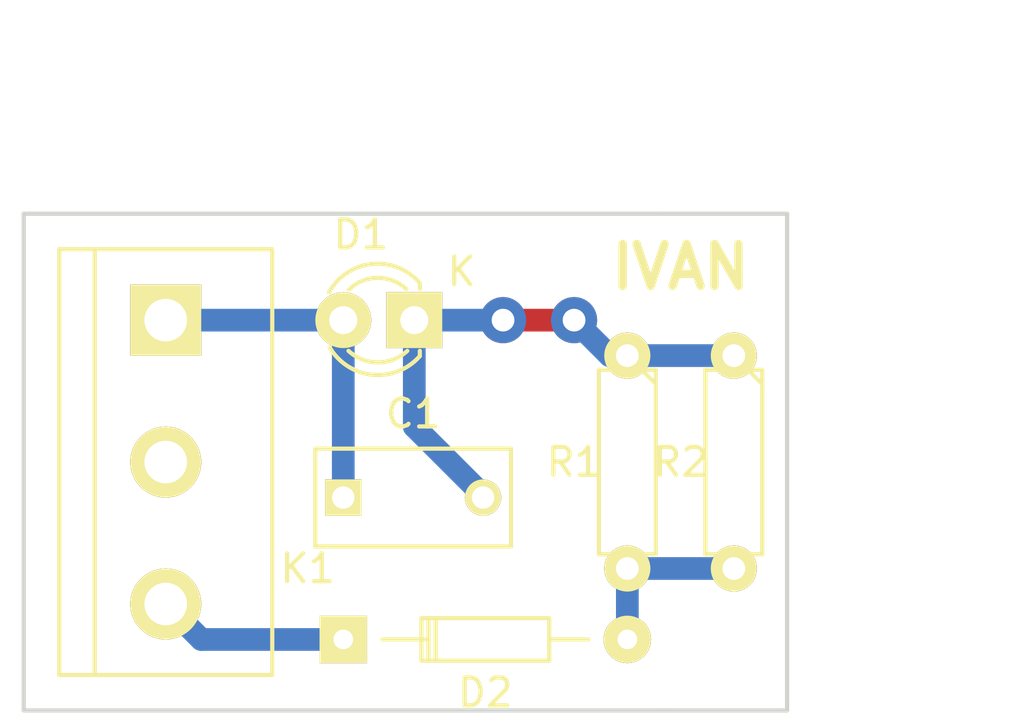
<source format=kicad_pcb>

(kicad_pcb
  (version 4)
  (host pcbnew 4.0.0-rc1-stable)
  (general
    (links 8)
    (no_connects 0)
    (area 135.814999 105.334999 163.270001 123.265001)
    (thickness 1.6)
    (drawings 9)
    (tracks 18)
    (zones 0)
    (modules 6)
    (nets 6))
  (page A4)
  (title_block
    (title "Ejercicio 1")
    (rev 1.0)
    (company "ET N° 28"))
  (layers
    (0 F.Cu signal)
    (31 B.Cu signal)
    (32 B.Adhes user)
    (33 F.Adhes user)
    (34 B.Paste user)
    (35 F.Paste user)
    (36 B.SilkS user)
    (37 F.SilkS user)
    (38 B.Mask user)
    (39 F.Mask user)
    (40 Dwgs.User user)
    (41 Cmts.User user)
    (42 Eco1.User user)
    (43 Eco2.User user)
    (44 Edge.Cuts user)
    (45 Margin user)
    (46 B.CrtYd user)
    (47 F.CrtYd user)
    (48 B.Fab user)
    (49 F.Fab user))
  (setup
    (last_trace_width 0.8128)
    (user_trace_width 0.8128)
    (trace_clearance 0.8128)
    (zone_clearance 0.508)
    (zone_45_only no)
    (trace_min 0.2)
    (segment_width 0.2)
    (edge_width 0.15)
    (via_size 0.6)
    (via_drill 0.4)
    (via_min_size 0.4)
    (via_min_drill 0.3)
    (user_via 1.651 0.8128)
    (uvia_size 0.3)
    (uvia_drill 0.1)
    (uvias_allowed no)
    (uvia_min_size 0.2)
    (uvia_min_drill 0.1)
    (pcb_text_width 0.3)
    (pcb_text_size 1.5 1.5)
    (mod_edge_width 0.15)
    (mod_text_size 1 1)
    (mod_text_width 0.15)
    (pad_size 2.54 2.54)
    (pad_drill 1.524)
    (pad_to_mask_clearance 0.2)
    (aux_axis_origin 0 0)
    (visible_elements 7FFEFFFF)
    (pcbplotparams
      (layerselection 0x00120_80000001)
      (usegerberextensions false)
      (excludeedgelayer true)
      (linewidth 0.1)
      (plotframeref false)
      (viasonmask false)
      (mode 1)
      (useauxorigin false)
      (hpglpennumber 1)
      (hpglpenspeed 20)
      (hpglpendiameter 15)
      (hpglpenoverlay 2)
      (psnegative false)
      (psa4output false)
      (plotreference true)
      (plotvalue false)
      (plotinvisibletext false)
      (padsonsilk false)
      (subtractmaskfromsilk false)
      (outputformat 1)
      (mirror false)
      (drillshape 0)
      (scaleselection 1)
      (outputdirectory "")))
  (net 0 "")
  (net 1 "Net-(C1-Pad1)")
  (net 2 "Net-(C1-Pad2)")
  (net 3 "Net-(D2-Pad2)")
  (net 4 "Net-(D2-Pad1)")
  (net 5 "Net-(K1-Pad2)")
  (net_class Default "This is the default net class."
    (clearance 0.8128)
    (trace_width 0.8128)
    (via_dia 0.6)
    (via_drill 0.4)
    (uvia_dia 0.3)
    (uvia_drill 0.1)
    (add_net "Net-(C1-Pad1)")
    (add_net "Net-(C1-Pad2)")
    (add_net "Net-(D2-Pad1)")
    (add_net "Net-(D2-Pad2)")
    (add_net "Net-(K1-Pad2)"))
  (module ej1:C_Rect_L7_W3.5_P5
    (layer F.Cu)
    (tedit 0)
    (tstamp 565C69E7)
    (at 147.32 115.57)
    (descr "Film Capacitor Length 7mm x Width 3.5mm, Pitch 5mm")
    (tags Capacitor)
    (path /565C5F76)
    (fp_text reference C1
      (at 2.5 -3)
      (layer F.SilkS)
      (effects
        (font
          (size 1 1)
          (thickness 0.15))))
    (fp_text value "100 nF"
      (at 2.5 3)
      (layer F.Fab)
      (effects
        (font
          (size 1 1)
          (thickness 0.15))))
    (fp_line
      (start -1.25 -2)
      (end 6.25 -2)
      (layer F.CrtYd)
      (width 0.05))
    (fp_line
      (start 6.25 -2)
      (end 6.25 2)
      (layer F.CrtYd)
      (width 0.05))
    (fp_line
      (start 6.25 2)
      (end -1.25 2)
      (layer F.CrtYd)
      (width 0.05))
    (fp_line
      (start -1.25 2)
      (end -1.25 -2)
      (layer F.CrtYd)
      (width 0.05))
    (fp_line
      (start -1 -1.75)
      (end 6 -1.75)
      (layer F.SilkS)
      (width 0.15))
    (fp_line
      (start 6 -1.75)
      (end 6 1.75)
      (layer F.SilkS)
      (width 0.15))
    (fp_line
      (start 6 1.75)
      (end -1 1.75)
      (layer F.SilkS)
      (width 0.15))
    (fp_line
      (start -1 1.75)
      (end -1 -1.75)
      (layer F.SilkS)
      (width 0.15))
    (pad 1 thru_hole rect
      (at 0 0)
      (size 1.3 1.3)
      (drill 0.8)
      (layers *.Cu *.Mask F.SilkS)
      (net 1 "Net-(C1-Pad1)"))
    (pad 2 thru_hole circle
      (at 5 0)
      (size 1.3 1.3)
      (drill 0.8)
      (layers *.Cu *.Mask F.SilkS)
      (net 2 "Net-(C1-Pad2)"))
    (model ../../../../../../Users/Ivan/Desktop/Ivan-Dmytrow/ej1.3dshapes/cnp_6mm_disc.wrl
      (at
        (xyz 0.1 0 0))
      (scale
        (xyz 1 1 1))
      (rotate
        (xyz 0 0 0))))
  (module ej1:LED-3MM
    (layer F.Cu)
    (tedit 559B82F6)
    (tstamp 565C69ED)
    (at 149.86 109.22 180)
    (descr "LED 3mm round vertical")
    (tags "LED  3mm round vertical")
    (path /565C5E01)
    (fp_text reference D1
      (at 1.91 3.06 180)
      (layer F.SilkS)
      (effects
        (font
          (size 1 1)
          (thickness 0.15))))
    (fp_text value "LED ROJO"
      (at 1.3 -2.9 180)
      (layer F.Fab)
      (effects
        (font
          (size 1 1)
          (thickness 0.15))))
    (fp_text user K
      (at -1.69 1.74 180)
      (layer F.SilkS)
      (effects
        (font
          (size 1 1)
          (thickness 0.15))))
    (fp_line
      (start -1.2 2.3)
      (end 3.8 2.3)
      (layer F.CrtYd)
      (width 0.05))
    (fp_line
      (start 3.8 2.3)
      (end 3.8 -2.2)
      (layer F.CrtYd)
      (width 0.05))
    (fp_line
      (start 3.8 -2.2)
      (end -1.2 -2.2)
      (layer F.CrtYd)
      (width 0.05))
    (fp_line
      (start -1.2 -2.2)
      (end -1.2 2.3)
      (layer F.CrtYd)
      (width 0.05))
    (fp_line
      (start -0.199 1.314)
      (end -0.199 1.114)
      (layer F.SilkS)
      (width 0.15))
    (fp_line
      (start -0.199 -1.28)
      (end -0.199 -1.1)
      (layer F.SilkS)
      (width 0.15))
    (fp_arc
      (start 1.301 0.034)
      (end -0.199 -1.286)
      (angle 108.5)
      (layer F.SilkS)
      (width 0.15))
    (fp_arc
      (start 1.301 0.034)
      (end 0.25 -1.1)
      (angle 85.7)
      (layer F.SilkS)
      (width 0.15))
    (fp_arc
      (start 1.311 0.034)
      (end 3.051 0.994)
      (angle 110)
      (layer F.SilkS)
      (width 0.15))
    (fp_arc
      (start 1.301 0.034)
      (end 2.335 1.094)
      (angle 87.5)
      (layer F.SilkS)
      (width 0.15))
    (pad 1 thru_hole rect
      (at 0 0 270)
      (size 2 2)
      (drill 1.00076)
      (layers *.Cu *.Mask F.SilkS)
      (net 2 "Net-(C1-Pad2)"))
    (pad 2 thru_hole circle
      (at 2.54 0 180)
      (size 2 2)
      (drill 1.00076)
      (layers *.Cu *.Mask F.SilkS)
      (net 1 "Net-(C1-Pad1)"))
    (model ../../../../../../Users/Ivan/Desktop/Ivan-Dmytrow/ej1.3dshapes/LED-3MM.wrl
      (at
        (xyz 0.05 0 0))
      (scale
        (xyz 1 1 1))
      (rotate
        (xyz 0 0 90))))
  (module ej1:Diode_DO-35_SOD27_Horizontal_RM10
    (layer F.Cu)
    (tedit 565CA72A)
    (tstamp 565C69F3)
    (at 147.32 120.65)
    (descr "Diode, DO-35,  SOD27, Horizontal, RM 10mm")
    (tags "Diode, DO-35, SOD27, Horizontal, RM 10mm, 1N4148,")
    (path /565C60B0)
    (fp_text reference D2
      (at 5.08 1.905)
      (layer F.SilkS)
      (effects
        (font
          (size 1 1)
          (thickness 0.15))))
    (fp_text value 1N4148
      (at 4.41452 -3.55854)
      (layer F.Fab)
      (effects
        (font
          (size 1 1)
          (thickness 0.15))))
    (fp_line
      (start 7.36652 -0.00254)
      (end 8.76352 -0.00254)
      (layer F.SilkS)
      (width 0.15))
    (fp_line
      (start 2.92152 -0.00254)
      (end 1.39752 -0.00254)
      (layer F.SilkS)
      (width 0.15))
    (fp_line
      (start 3.30252 -0.76454)
      (end 3.30252 0.75946)
      (layer F.SilkS)
      (width 0.15))
    (fp_line
      (start 3.04852 -0.76454)
      (end 3.04852 0.75946)
      (layer F.SilkS)
      (width 0.15))
    (fp_line
      (start 2.79452 -0.00254)
      (end 2.79452 0.75946)
      (layer F.SilkS)
      (width 0.15))
    (fp_line
      (start 2.79452 0.75946)
      (end 7.36652 0.75946)
      (layer F.SilkS)
      (width 0.15))
    (fp_line
      (start 7.36652 0.75946)
      (end 7.36652 -0.76454)
      (layer F.SilkS)
      (width 0.15))
    (fp_line
      (start 7.36652 -0.76454)
      (end 2.79452 -0.76454)
      (layer F.SilkS)
      (width 0.15))
    (fp_line
      (start 2.79452 -0.76454)
      (end 2.79452 -0.00254)
      (layer F.SilkS)
      (width 0.15))
    (pad 2 thru_hole circle
      (at 10.16052 -0.00254 180)
      (size 1.69926 1.69926)
      (drill 0.70104)
      (layers *.Cu *.Mask F.SilkS)
      (net 3 "Net-(D2-Pad2)"))
    (pad 1 thru_hole rect
      (at 0.00052 -0.00254 180)
      (size 1.69926 1.69926)
      (drill 0.70104)
      (layers *.Cu *.Mask F.SilkS)
      (net 4 "Net-(D2-Pad1)"))
    (model ../../../../../../Users/Ivan/Desktop/Ivan-Dmytrow/ej1.3dshapes/Diode_DO-35_SOD27_Horizontal_RM10.wrl
      (at
        (xyz 0.2 0 0))
      (scale
        (xyz 0.4 0.3 0.3))
      (rotate
        (xyz 0 0 180))))
  (module ej1:bornier3
    (layer F.Cu)
    (tedit 565CAB5D)
    (tstamp 565C69FA)
    (at 140.97 114.3 270)
    (descr "Bornier d'alimentation 3 pins")
    (tags DEV)
    (path /565C5B9A)
    (fp_text reference K1
      (at 3.81 -5.08 360)
      (layer F.SilkS)
      (effects
        (font
          (size 1 1)
          (thickness 0.15))))
    (fp_text value CONN_3
      (at 0 5.08 270)
      (layer F.Fab)
      (effects
        (font
          (size 1 1)
          (thickness 0.15))))
    (fp_line
      (start -7.62 3.81)
      (end -7.62 -3.81)
      (layer F.SilkS)
      (width 0.15))
    (fp_line
      (start 7.62 3.81)
      (end 7.62 -3.81)
      (layer F.SilkS)
      (width 0.15))
    (fp_line
      (start -7.62 2.54)
      (end 7.62 2.54)
      (layer F.SilkS)
      (width 0.15))
    (fp_line
      (start -7.62 -3.81)
      (end 7.62 -3.81)
      (layer F.SilkS)
      (width 0.15))
    (fp_line
      (start -7.62 3.81)
      (end 7.62 3.81)
      (layer F.SilkS)
      (width 0.15))
    (pad 1 thru_hole rect
      (at -5.08 0 270)
      (size 2.54 2.54)
      (drill 1.524)
      (layers *.Cu *.Mask F.SilkS)
      (net 1 "Net-(C1-Pad1)"))
    (pad 2 thru_hole circle
      (at 0 0 270)
      (size 2.54 2.54)
      (drill 1.524)
      (layers *.Cu *.Mask F.SilkS)
      (net 5 "Net-(K1-Pad2)"))
    (pad 3 thru_hole circle
      (at 5.08 0 270)
      (size 2.54 2.54)
      (drill 1.524)
      (layers *.Cu *.Mask F.SilkS)
      (net 4 "Net-(D2-Pad1)"))
    (model ../../../../../../Users/Ivan/Desktop/Ivan-Dmytrow/ej1.3dshapes/bornier3.wrl
      (at
        (xyz 0 0 0))
      (scale
        (xyz 1 1 1))
      (rotate
        (xyz 0 0 0))))
  (module ej1:R3-LARGE_PADS
    (layer F.Cu)
    (tedit 565CA726)
    (tstamp 565C6A00)
    (at 157.48 114.3 270)
    (descr "Resitance 3 pas")
    (tags R)
    (path /565C603D)
    (fp_text reference R1
      (at 0 1.905 360)
      (layer F.SilkS)
      (effects
        (font
          (size 1 1)
          (thickness 0.15))))
    (fp_text value 100K
      (at 0 0 270)
      (layer F.Fab)
      (effects
        (font
          (size 1 1)
          (thickness 0.15))))
    (fp_line
      (start -3.81 0)
      (end -3.302 0)
      (layer F.SilkS)
      (width 0.15))
    (fp_line
      (start 3.81 0)
      (end 3.302 0)
      (layer F.SilkS)
      (width 0.15))
    (fp_line
      (start 3.302 0)
      (end 3.302 -1.016)
      (layer F.SilkS)
      (width 0.15))
    (fp_line
      (start 3.302 -1.016)
      (end -3.302 -1.016)
      (layer F.SilkS)
      (width 0.15))
    (fp_line
      (start -3.302 -1.016)
      (end -3.302 1.016)
      (layer F.SilkS)
      (width 0.15))
    (fp_line
      (start -3.302 1.016)
      (end 3.302 1.016)
      (layer F.SilkS)
      (width 0.15))
    (fp_line
      (start 3.302 1.016)
      (end 3.302 0)
      (layer F.SilkS)
      (width 0.15))
    (fp_line
      (start -3.302 -0.508)
      (end -2.794 -1.016)
      (layer F.SilkS)
      (width 0.15))
    (pad 1 thru_hole circle
      (at -3.81 0 270)
      (size 1.651 1.651)
      (drill 0.8128)
      (layers *.Cu *.Mask F.SilkS)
      (net 2 "Net-(C1-Pad2)"))
    (pad 2 thru_hole circle
      (at 3.81 0 270)
      (size 1.651 1.651)
      (drill 0.8128)
      (layers *.Cu *.Mask F.SilkS)
      (net 3 "Net-(D2-Pad2)"))
    (model ../../../../../../Users/Ivan/Desktop/Ivan-Dmytrow/ej1.3dshapes/R3-LARGE_PADS.wrl
      (at
        (xyz 0 0 0))
      (scale
        (xyz 0.3 0.3 0.3))
      (rotate
        (xyz 0 0 0))))
  (module ej1:R3-LARGE_PADS
    (layer F.Cu)
    (tedit 565CAC0E)
    (tstamp 565CAC06)
    (at 161.29 114.3 270)
    (descr "Resitance 3 pas")
    (tags R)
    (path /565CA957)
    (fp_text reference R2
      (at 0 1.905 360)
      (layer F.SilkS)
      (effects
        (font
          (size 1 1)
          (thickness 0.15))))
    (fp_text value 200K
      (at 0 0 270)
      (layer F.Fab)
      (effects
        (font
          (size 1 1)
          (thickness 0.15))))
    (fp_line
      (start -3.81 0)
      (end -3.302 0)
      (layer F.SilkS)
      (width 0.15))
    (fp_line
      (start 3.81 0)
      (end 3.302 0)
      (layer F.SilkS)
      (width 0.15))
    (fp_line
      (start 3.302 0)
      (end 3.302 -1.016)
      (layer F.SilkS)
      (width 0.15))
    (fp_line
      (start 3.302 -1.016)
      (end -3.302 -1.016)
      (layer F.SilkS)
      (width 0.15))
    (fp_line
      (start -3.302 -1.016)
      (end -3.302 1.016)
      (layer F.SilkS)
      (width 0.15))
    (fp_line
      (start -3.302 1.016)
      (end 3.302 1.016)
      (layer F.SilkS)
      (width 0.15))
    (fp_line
      (start 3.302 1.016)
      (end 3.302 0)
      (layer F.SilkS)
      (width 0.15))
    (fp_line
      (start -3.302 -0.508)
      (end -2.794 -1.016)
      (layer F.SilkS)
      (width 0.15))
    (pad 1 thru_hole circle
      (at -3.81 0 270)
      (size 1.651 1.651)
      (drill 0.8128)
      (layers *.Cu *.Mask F.SilkS)
      (net 2 "Net-(C1-Pad2)"))
    (pad 2 thru_hole circle
      (at 3.81 0 270)
      (size 1.651 1.651)
      (drill 0.8128)
      (layers *.Cu *.Mask F.SilkS)
      (net 3 "Net-(D2-Pad2)"))
    (model ../../../../../../Users/Ivan/Desktop/Ivan-Dmytrow/ej1.3dshapes/R3-LARGE_PADS.wrl
      (at
        (xyz 0 0 0))
      (scale
        (xyz 0.3 0.3 0.3))
      (rotate
        (xyz 0 0 0))))
  (dimension 17.78
    (width 0.3)
    (layer Dwgs.User)
    (gr_text 17,780mm
      (at 168.99 114.3 90)
      (layer Dwgs.User)
      (effects
        (font
          (size 1.5 1.5)
          (thickness 0.3))))
    (feature1
      (pts
        (xy 163.195 105.41)
        (xy 170.34 105.41)))
    (feature2
      (pts
        (xy 163.195 123.19)
        (xy 170.34 123.19)))
    (crossbar
      (pts
        (xy 167.64 123.19)
        (xy 167.64 105.41)))
    (arrow1a
      (pts
        (xy 167.64 105.41)
        (xy 168.226421 106.536504)))
    (arrow1b
      (pts
        (xy 167.64 105.41)
        (xy 167.053579 106.536504)))
    (arrow2a
      (pts
        (xy 167.64 123.19)
        (xy 168.226421 122.063496)))
    (arrow2b
      (pts
        (xy 167.64 123.19)
        (xy 167.053579 122.063496))))
  (dimension 27.305
    (width 0.3)
    (layer Dwgs.User)
    (gr_text 27,305mm
      (at 149.5425 99.615)
      (layer Dwgs.User)
      (effects
        (font
          (size 1.5 1.5)
          (thickness 0.3))))
    (feature1
      (pts
        (xy 163.195 105.41)
        (xy 163.195 98.265)))
    (feature2
      (pts
        (xy 135.89 105.41)
        (xy 135.89 98.265)))
    (crossbar
      (pts
        (xy 135.89 100.965)
        (xy 163.195 100.965)))
    (arrow1a
      (pts
        (xy 163.195 100.965)
        (xy 162.068496 101.551421)))
    (arrow1b
      (pts
        (xy 163.195 100.965)
        (xy 162.068496 100.378579)))
    (arrow2a
      (pts
        (xy 135.89 100.965)
        (xy 137.016504 101.551421)))
    (arrow2b
      (pts
        (xy 135.89 100.965)
        (xy 137.016504 100.378579))))
  (gr_line
    (start 163.195 105.41)
    (end 158.75 105.41)
    (angle 90)
    (layer Edge.Cuts)
    (width 0.15))
  (gr_line
    (start 163.195 123.19)
    (end 163.195 105.41)
    (angle 90)
    (layer Edge.Cuts)
    (width 0.15))
  (gr_line
    (start 158.75 123.19)
    (end 163.195 123.19)
    (angle 90)
    (layer Edge.Cuts)
    (width 0.15))
  (gr_line
    (start 158.75 123.19)
    (end 135.89 123.19)
    (angle 90)
    (layer Edge.Cuts)
    (width 0.15))
  (gr_line
    (start 135.89 105.41)
    (end 135.89 123.19)
    (angle 90)
    (layer Edge.Cuts)
    (width 0.15))
  (gr_line
    (start 158.75 105.41)
    (end 135.89 105.41)
    (angle 90)
    (layer Edge.Cuts)
    (width 0.15))
  (gr_text IVAN
    (at 159.385 107.315)
    (layer F.SilkS)
    (effects
      (font
        (size 1.5 1.5)
        (thickness 0.3))))
  (segment
    (start 140.97 109.22)
    (end 147.32 109.22)
    (width 0.8128)
    (layer B.Cu)
    (net 1))
  (segment
    (start 147.32 109.22)
    (end 147.32 115.57)
    (width 0.8128)
    (layer B.Cu)
    (net 1)
    (tstamp 565C6F89))
  (segment
    (start 161.29 110.49)
    (end 157.48 110.49)
    (width 0.8128)
    (layer B.Cu)
    (net 2))
  (segment
    (start 149.86 109.22)
    (end 153.035 109.22)
    (width 0.8128)
    (layer B.Cu)
    (net 2))
  (segment
    (start 153.035 109.22)
    (end 155.575 109.22)
    (width 0.8128)
    (layer F.Cu)
    (net 2)
    (tstamp 565C705C))
  (segment
    (start 155.575 109.22)
    (end 156.845 110.49)
    (width 0.8128)
    (layer B.Cu)
    (net 2)
    (tstamp 565C705F))
  (segment
    (start 156.845 110.49)
    (end 157.48 110.49)
    (width 0.8128)
    (layer B.Cu)
    (net 2)
    (tstamp 565C7060))
  (segment
    (start 152.32 115.57)
    (end 152.32 115.49)
    (width 0.8128)
    (layer B.Cu)
    (net 2))
  (segment
    (start 152.32 115.49)
    (end 149.86 113.03)
    (width 0.8128)
    (layer B.Cu)
    (net 2)
    (tstamp 565C6F9D))
  (segment
    (start 149.86 113.03)
    (end 149.86 109.22)
    (width 0.8128)
    (layer B.Cu)
    (net 2)
    (tstamp 565C6FA7))
  (segment
    (start 161.29 118.11)
    (end 157.48 118.11)
    (width 0.8128)
    (layer B.Cu)
    (net 3))
  (segment
    (start 157.48052 120.64746)
    (end 157.48052 118.11052)
    (width 0.8128)
    (layer B.Cu)
    (net 3))
  (segment
    (start 157.48052 118.11052)
    (end 157.48 118.11)
    (width 0.8128)
    (layer B.Cu)
    (net 3)
    (tstamp 565C6FB7))
  (segment
    (start 140.97 119.38)
    (end 142.24 120.65)
    (width 0.8128)
    (layer B.Cu)
    (net 4))
  (segment
    (start 142.24 120.65)
    (end 147.31798 120.65)
    (width 0.8128)
    (layer B.Cu)
    (net 4)
    (tstamp 565C6FB2))
  (segment
    (start 147.31798 120.65)
    (end 147.32052 120.64746)
    (width 0.8128)
    (layer B.Cu)
    (net 4)
    (tstamp 565C6FB4))
  (via
    (at 153.035 109.22)
    (size 1.651)
    (drill 0.8128)
    (layers F.Cu B.Cu)
    (net 2))
  (via
    (at 155.575 109.22)
    (size 1.651)
    (drill 0.8128)
    (layers F.Cu B.Cu)
    (net 2)))
</source>
